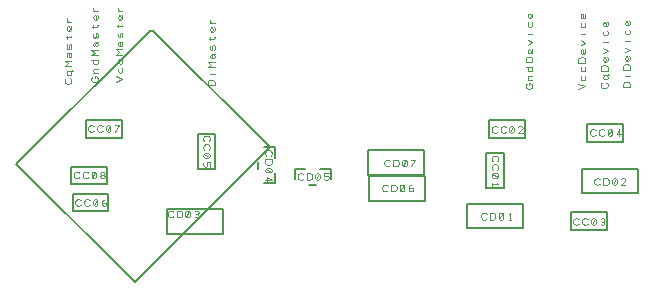
<source format=gbr>
G04 EasyPC Gerber Version 21.0.3 Build 4286 *
G04 #@! TF.Part,Single*
G04 #@! TF.FileFunction,Legend,Top *
G04 #@! TF.FilePolarity,Positive *
%FSLAX35Y35*%
%MOMM*%
%ADD122C,0.05000*%
%ADD28C,0.12700*%
%ADD94C,0.15240*%
X0Y0D02*
D02*
D28*
X776270Y989540D02*
X475470D01*
Y838740*
X776270*
Y989540*
X786270Y759540D02*
X485470D01*
Y608740*
X786270*
Y759540*
X901270Y1384540D02*
X600470D01*
Y1233740*
X901270*
Y1384540*
X1168640Y2140910D02*
X2155050Y1154500D01*
X1009540Y8980*
X8980Y1009540*
X1140350Y2140910*
X1168640*
X1283370Y421640D02*
X1758370D01*
Y626640*
X1283370*
Y421640*
X1542970Y1267040D02*
Y966240D01*
X1693770*
Y1267040*
X1542970*
X3463370Y1126640D02*
X2988370D01*
Y921640*
X3463370*
Y1126640*
X3465870Y906640D02*
X2990870D01*
Y701640*
X3465870*
Y906640*
X3987970Y1104540D02*
Y803740D01*
X4138770*
Y1104540*
X3987970*
X4298370Y674140D02*
X3823370D01*
Y469140*
X4298370*
Y674140*
X4313770Y1384540D02*
X4012970D01*
Y1233740*
X4313770*
Y1384540*
X4798370Y761640D02*
X5273370D01*
Y966640*
X4798370*
Y761640*
X4842970Y1196240D02*
X5143770D01*
Y1347040*
X4842970*
Y1196240*
X5008770Y602040D02*
X4707970D01*
Y451240*
X5008770*
Y602040*
D02*
D94*
X2055870Y1030390D02*
Y967890D01*
X2109810Y846640D02*
X2195870D01*
Y935390*
X2109810Y1151640D02*
X2195870D01*
Y1062890*
X2365870Y885580D02*
Y971640D01*
X2454620*
X2487120Y831640D02*
X2549620D01*
X2670870Y885580D02*
Y971640D01*
X2582120*
D02*
D122*
X464930Y1735520D02*
X469620Y1730830D01*
X474310Y1721450*
Y1707390*
X469620Y1698020*
X464930Y1693330*
X455560Y1688640*
X436810*
X427430Y1693330*
X422740Y1698020*
X418060Y1707390*
Y1721450*
X422740Y1730830*
X427430Y1735520*
X450870Y1801140D02*
X441490Y1796450D01*
X436810Y1787080*
Y1777700*
X441490Y1768330*
X450870Y1763640*
X460240*
X469620Y1768330*
X474310Y1777700*
Y1787080*
X469620Y1796450*
X460240Y1801140*
X436810D02*
X488370D01*
X478990Y1810520*
X474310Y1838640D02*
X418060D01*
X446180Y1862080*
X418060Y1885520*
X474310*
X441490Y1913640D02*
X436810Y1923020D01*
Y1937080*
X441490Y1946450*
X450870Y1951140*
X464930*
X469620Y1946450*
X474310Y1937080*
Y1927700*
X469620Y1918330*
X464930Y1913640*
X460240*
X455560Y1918330*
X450870Y1927700*
Y1937080*
X455560Y1946450*
X460240Y1951140*
X464930D02*
X474310D01*
X469620Y1988640D02*
X474310Y1998020D01*
Y2016770*
X469620Y2026140*
X460240*
X455560Y2016770*
Y1998020*
X450870Y1988640*
X441490*
X436810Y1998020*
Y2016770*
X441490Y2026140*
X436810Y2073020D02*
Y2091770D01*
X427430Y2082390D02*
X469620D01*
X474310Y2087080*
Y2091770*
X469620Y2096450*
Y2176140D02*
X474310Y2171450D01*
Y2162080*
Y2152700*
X469620Y2143330*
X460240Y2138640*
X446180*
X441490Y2143330*
X436810Y2152700*
Y2162080*
X441490Y2171450*
X446180Y2176140*
X450870*
X455560Y2171450*
X460240Y2162080*
Y2152700*
X455560Y2143330*
X450870Y2138640*
X474310Y2213640D02*
X436810D01*
X450870D02*
X441490Y2218330D01*
X436810Y2227700*
Y2237080*
X441490Y2246450*
X542750Y900080D02*
X538060Y895390D01*
X528680Y890700*
X514620*
X505250Y895390*
X500560Y900080*
X495870Y909450*
Y928200*
X500560Y937580*
X505250Y942270*
X514620Y946950*
X528680*
X538060Y942270*
X542750Y937580*
X617750Y900080D02*
X613060Y895390D01*
X603680Y890700*
X589620*
X580250Y895390*
X575560Y900080*
X570870Y909450*
Y928200*
X575560Y937580*
X580250Y942270*
X589620Y946950*
X603680*
X613060Y942270*
X617750Y937580*
X650560Y895390D02*
X659930Y890700D01*
X669310*
X678680Y895390*
X683370Y904770*
Y932890*
X678680Y942270*
X669310Y946950*
X659930*
X650560Y942270*
X645870Y932890*
Y904770*
X650560Y895390*
X678680Y942270*
X734930Y918830D02*
X744310D01*
X753680Y923520*
X758370Y932890*
X753680Y942270*
X744310Y946950*
X734930*
X725560Y942270*
X720870Y932890*
X725560Y923520*
X734930Y918830*
X725560Y914140*
X720870Y904770*
X725560Y895390*
X734930Y890700*
X744310*
X753680Y895390*
X758370Y904770*
X753680Y914140*
X744310Y918830*
X555250Y665080D02*
X550560Y660390D01*
X541180Y655700*
X527120*
X517750Y660390*
X513060Y665080*
X508370Y674450*
Y693200*
X513060Y702580*
X517750Y707270*
X527120Y711950*
X541180*
X550560Y707270*
X555250Y702580*
X630250Y665080D02*
X625560Y660390D01*
X616180Y655700*
X602120*
X592750Y660390*
X588060Y665080*
X583370Y674450*
Y693200*
X588060Y702580*
X592750Y707270*
X602120Y711950*
X616180*
X625560Y707270*
X630250Y702580*
X663060Y660390D02*
X672430Y655700D01*
X681810*
X691180Y660390*
X695870Y669770*
Y697890*
X691180Y707270*
X681810Y711950*
X672430*
X663060Y707270*
X658370Y697890*
Y669770*
X663060Y660390*
X691180Y707270*
X733370Y669770D02*
X738060Y679140D01*
X747430Y683830*
X756810*
X766180Y679140*
X770870Y669770*
X766180Y660390*
X756810Y655700*
X747430*
X738060Y660390*
X733370Y669770*
Y683830*
X738060Y697890*
X747430Y707270*
X756810Y711950*
X665250Y1292580D02*
X660560Y1287890D01*
X651180Y1283200*
X637120*
X627750Y1287890*
X623060Y1292580*
X618370Y1301950*
Y1320700*
X623060Y1330080*
X627750Y1334770*
X637120Y1339450*
X651180*
X660560Y1334770*
X665250Y1330080*
X740250Y1292580D02*
X735560Y1287890D01*
X726180Y1283200*
X712120*
X702750Y1287890*
X698060Y1292580*
X693370Y1301950*
Y1320700*
X698060Y1330080*
X702750Y1334770*
X712120Y1339450*
X726180*
X735560Y1334770*
X740250Y1330080*
X773060Y1287890D02*
X782430Y1283200D01*
X791810*
X801180Y1287890*
X805870Y1297270*
Y1325390*
X801180Y1334770*
X791810Y1339450*
X782430*
X773060Y1334770*
X768370Y1325390*
Y1297270*
X773060Y1287890*
X801180Y1334770*
X843370Y1283200D02*
X880870Y1339450D01*
X843370*
X675870Y1738950D02*
Y1753020D01*
X680560*
X689930Y1748330*
X694620Y1743640*
X699310Y1734270*
Y1724890*
X694620Y1715520*
X689930Y1710830*
X680560Y1706140*
X661810*
X652430Y1710830*
X647740Y1715520*
X643060Y1724890*
Y1734270*
X647740Y1743640*
X652430Y1748330*
X661810Y1753020*
X699310Y1781140D02*
X661810D01*
X675870D02*
X666490Y1785830D01*
X661810Y1795200*
Y1804580*
X666490Y1813950*
X675870Y1818640*
X699310*
X675870Y1893640D02*
X666490Y1888950D01*
X661810Y1879580*
Y1870200*
X666490Y1860830*
X675870Y1856140*
X685240*
X694620Y1860830*
X699310Y1870200*
Y1879580*
X694620Y1888950*
X685240Y1893640*
X699310D02*
X643060D01*
X699310Y1931140D02*
X643060D01*
X671180Y1954580*
X643060Y1978020*
X699310*
X666490Y2006140D02*
X661810Y2015520D01*
Y2029580*
X666490Y2038950*
X675870Y2043640*
X689930*
X694620Y2038950*
X699310Y2029580*
Y2020200*
X694620Y2010830*
X689930Y2006140*
X685240*
X680560Y2010830*
X675870Y2020200*
Y2029580*
X680560Y2038950*
X685240Y2043640*
X689930D02*
X699310D01*
X694620Y2081140D02*
X699310Y2090520D01*
Y2109270*
X694620Y2118640*
X685240*
X680560Y2109270*
Y2090520*
X675870Y2081140*
X666490*
X661810Y2090520*
Y2109270*
X666490Y2118640*
X661810Y2165520D02*
Y2184270D01*
X652430Y2174890D02*
X694620D01*
X699310Y2179580*
Y2184270*
X694620Y2188950*
Y2268640D02*
X699310Y2263950D01*
Y2254580*
Y2245200*
X694620Y2235830*
X685240Y2231140*
X671180*
X666490Y2235830*
X661810Y2245200*
Y2254580*
X666490Y2263950*
X671180Y2268640*
X675870*
X680560Y2263950*
X685240Y2254580*
Y2245200*
X680560Y2235830*
X675870Y2231140*
X699310Y2306140D02*
X661810D01*
X675870D02*
X666490Y2310830D01*
X661810Y2320200*
Y2329580*
X666490Y2338950*
X850560Y1708640D02*
X906810Y1732080D01*
X850560Y1755520*
X873990Y1821140D02*
X869310Y1811770D01*
Y1797700*
X873990Y1788330*
X883370Y1783640*
X892740*
X902120Y1788330*
X906810Y1797700*
Y1811770*
X902120Y1821140*
X873990Y1896140D02*
X869310Y1886770D01*
Y1872700*
X873990Y1863330*
X883370Y1858640*
X892740*
X902120Y1863330*
X906810Y1872700*
Y1886770*
X902120Y1896140*
X906810Y1933640D02*
X850560D01*
X878680Y1957080*
X850560Y1980520*
X906810*
X873990Y2008640D02*
X869310Y2018020D01*
Y2032080*
X873990Y2041450*
X883370Y2046140*
X897430*
X902120Y2041450*
X906810Y2032080*
Y2022700*
X902120Y2013330*
X897430Y2008640*
X892740*
X888060Y2013330*
X883370Y2022700*
Y2032080*
X888060Y2041450*
X892740Y2046140*
X897430D02*
X906810D01*
X902120Y2083640D02*
X906810Y2093020D01*
Y2111770*
X902120Y2121140*
X892740*
X888060Y2111770*
Y2093020*
X883370Y2083640*
X873990*
X869310Y2093020*
Y2111770*
X873990Y2121140*
X869310Y2168020D02*
Y2186770D01*
X859930Y2177390D02*
X902120D01*
X906810Y2182080*
Y2186770*
X902120Y2191450*
Y2271140D02*
X906810Y2266450D01*
Y2257080*
Y2247700*
X902120Y2238330*
X892740Y2233640*
X878680*
X873990Y2238330*
X869310Y2247700*
Y2257080*
X873990Y2266450*
X878680Y2271140*
X883370*
X888060Y2266450*
X892740Y2257080*
Y2247700*
X888060Y2238330*
X883370Y2233640*
X906810Y2308640D02*
X869310D01*
X883370D02*
X873990Y2313330D01*
X869310Y2322700*
Y2332080*
X873990Y2341450*
X1337750Y567580D02*
X1333060Y562890D01*
X1323680Y558200*
X1309620*
X1300250Y562890*
X1295560Y567580*
X1290870Y576950*
Y595700*
X1295560Y605080*
X1300250Y609770*
X1309620Y614450*
X1323680*
X1333060Y609770*
X1337750Y605080*
X1365870Y558200D02*
Y614450D01*
X1394000*
X1403370Y609770*
X1408060Y605080*
X1412750Y595700*
Y576950*
X1408060Y567580*
X1403370Y562890*
X1394000Y558200*
X1365870*
X1445560Y562890D02*
X1454930Y558200D01*
X1464310*
X1473680Y562890*
X1478370Y572270*
Y600390*
X1473680Y609770*
X1464310Y614450*
X1454930*
X1445560Y609770*
X1440870Y600390*
Y572270*
X1445560Y562890*
X1473680Y609770*
X1520560Y562890D02*
X1529930Y558200D01*
X1539310*
X1548680Y562890*
X1553370Y572270*
X1548680Y581640*
X1539310Y586330*
X1529930*
X1539310D02*
X1548680Y591020D01*
X1553370Y600390*
X1548680Y609770*
X1539310Y614450*
X1529930*
X1520560Y609770*
X1601810Y1204760D02*
X1597120Y1209450D01*
X1592430Y1218830*
Y1232890*
X1597120Y1242260*
X1601810Y1246950*
X1611180Y1251640*
X1629930*
X1639310Y1246950*
X1644000Y1242260*
X1648680Y1232890*
Y1218830*
X1644000Y1209450*
X1639310Y1204760*
X1601810Y1129760D02*
X1597120Y1134450D01*
X1592430Y1143830*
Y1157890*
X1597120Y1167260*
X1601810Y1171950*
X1611180Y1176640*
X1629930*
X1639310Y1171950*
X1644000Y1167260*
X1648680Y1157890*
Y1143830*
X1644000Y1134450*
X1639310Y1129760*
X1597120Y1096950D02*
X1592430Y1087580D01*
Y1078200*
X1597120Y1068830*
X1606500Y1064140*
X1634620*
X1644000Y1068830*
X1648680Y1078200*
Y1087580*
X1644000Y1096950*
X1634620Y1101640*
X1606500*
X1597120Y1096950*
X1644000Y1068830*
X1597120Y1026640D02*
X1592430Y1017260D01*
Y1003200*
X1597120Y993830*
X1606500Y989140*
X1611180*
X1620560Y993830*
X1625250Y1003200*
Y1026640*
X1648680*
Y989140*
X1686810Y1679140D02*
X1630560D01*
Y1707270*
X1635240Y1716640*
X1639930Y1721330*
X1649310Y1726020*
X1668060*
X1677430Y1721330*
X1682120Y1716640*
X1686810Y1707270*
Y1679140*
Y1772890D02*
X1649310D01*
X1635240D02*
X1686810Y1829140*
X1630560D01*
X1658680Y1852580*
X1630560Y1876020*
X1686810*
X1653990Y1904140D02*
X1649310Y1913520D01*
Y1927580*
X1653990Y1936950*
X1663370Y1941640*
X1677430*
X1682120Y1936950*
X1686810Y1927580*
Y1918200*
X1682120Y1908830*
X1677430Y1904140*
X1672740*
X1668060Y1908830*
X1663370Y1918200*
Y1927580*
X1668060Y1936950*
X1672740Y1941640*
X1677430D02*
X1686810D01*
X1682120Y1979140D02*
X1686810Y1988520D01*
Y2007270*
X1682120Y2016640*
X1672740*
X1668060Y2007270*
Y1988520*
X1663370Y1979140*
X1653990*
X1649310Y1988520*
Y2007270*
X1653990Y2016640*
X1649310Y2063520D02*
Y2082270D01*
X1639930Y2072890D02*
X1682120D01*
X1686810Y2077580*
Y2082270*
X1682120Y2086950*
Y2166640D02*
X1686810Y2161950D01*
Y2152580*
Y2143200*
X1682120Y2133830*
X1672740Y2129140*
X1658680*
X1653990Y2133830*
X1649310Y2143200*
Y2152580*
X1653990Y2161950*
X1658680Y2166640*
X1663370*
X1668060Y2161950*
X1672740Y2152580*
Y2143200*
X1668060Y2133830*
X1663370Y2129140*
X1686810Y2204140D02*
X1649310D01*
X1663370D02*
X1653990Y2208830D01*
X1649310Y2218200*
Y2227580*
X1653990Y2236950*
X2124310Y1079760D02*
X2119620Y1084450D01*
X2114930Y1093830*
Y1107890*
X2119620Y1117260*
X2124310Y1121950*
X2133680Y1126640*
X2152430*
X2161810Y1121950*
X2166500Y1117260*
X2171180Y1107890*
Y1093830*
X2166500Y1084450*
X2161810Y1079760*
X2114930Y1051640D02*
X2171180D01*
Y1023510*
X2166500Y1014140*
X2161810Y1009450*
X2152430Y1004760*
X2133680*
X2124310Y1009450*
X2119620Y1014140*
X2114930Y1023510*
Y1051640*
X2119620Y971950D02*
X2114930Y962580D01*
Y953200*
X2119620Y943830*
X2129000Y939140*
X2157120*
X2166500Y943830*
X2171180Y953200*
Y962580*
X2166500Y971950*
X2157120Y976640*
X2129000*
X2119620Y971950*
X2166500Y943830*
X2114930Y878200D02*
X2171180D01*
X2133680Y901640*
Y864140*
X2437750Y887580D02*
X2433060Y882890D01*
X2423680Y878200*
X2409620*
X2400250Y882890*
X2395560Y887580*
X2390870Y896950*
Y915700*
X2395560Y925080*
X2400250Y929770*
X2409620Y934450*
X2423680*
X2433060Y929770*
X2437750Y925080*
X2465870Y878200D02*
Y934450D01*
X2494000*
X2503370Y929770*
X2508060Y925080*
X2512750Y915700*
Y896950*
X2508060Y887580*
X2503370Y882890*
X2494000Y878200*
X2465870*
X2545560Y882890D02*
X2554930Y878200D01*
X2564310*
X2573680Y882890*
X2578370Y892270*
Y920390*
X2573680Y929770*
X2564310Y934450*
X2554930*
X2545560Y929770*
X2540870Y920390*
Y892270*
X2545560Y882890*
X2573680Y929770*
X2615870Y882890D02*
X2625250Y878200D01*
X2639310*
X2648680Y882890*
X2653370Y892270*
Y896950*
X2648680Y906330*
X2639310Y911020*
X2615870*
Y934450*
X2653370*
X3152750Y790080D02*
X3148060Y785390D01*
X3138680Y780700*
X3124620*
X3115250Y785390*
X3110560Y790080*
X3105870Y799450*
Y818200*
X3110560Y827580*
X3115250Y832270*
X3124620Y836950*
X3138680*
X3148060Y832270*
X3152750Y827580*
X3180870Y780700D02*
Y836950D01*
X3209000*
X3218370Y832270*
X3223060Y827580*
X3227750Y818200*
Y799450*
X3223060Y790080*
X3218370Y785390*
X3209000Y780700*
X3180870*
X3260560Y785390D02*
X3269930Y780700D01*
X3279310*
X3288680Y785390*
X3293370Y794770*
Y822890*
X3288680Y832270*
X3279310Y836950*
X3269930*
X3260560Y832270*
X3255870Y822890*
Y794770*
X3260560Y785390*
X3288680Y832270*
X3330870Y794770D02*
X3335560Y804140D01*
X3344930Y808830*
X3354310*
X3363680Y804140*
X3368370Y794770*
X3363680Y785390*
X3354310Y780700*
X3344930*
X3335560Y785390*
X3330870Y794770*
Y808830*
X3335560Y822890*
X3344930Y832270*
X3354310Y836950*
X3172750Y1000080D02*
X3168060Y995390D01*
X3158680Y990700*
X3144620*
X3135250Y995390*
X3130560Y1000080*
X3125870Y1009450*
Y1028200*
X3130560Y1037580*
X3135250Y1042270*
X3144620Y1046950*
X3158680*
X3168060Y1042270*
X3172750Y1037580*
X3200870Y990700D02*
Y1046950D01*
X3229000*
X3238370Y1042270*
X3243060Y1037580*
X3247750Y1028200*
Y1009450*
X3243060Y1000080*
X3238370Y995390*
X3229000Y990700*
X3200870*
X3280560Y995390D02*
X3289930Y990700D01*
X3299310*
X3308680Y995390*
X3313370Y1004770*
Y1032890*
X3308680Y1042270*
X3299310Y1046950*
X3289930*
X3280560Y1042270*
X3275870Y1032890*
Y1004770*
X3280560Y995390*
X3308680Y1042270*
X3350870Y990700D02*
X3388370Y1046950D01*
X3350870*
X3990250Y550080D02*
X3985560Y545390D01*
X3976180Y540700*
X3962120*
X3952750Y545390*
X3948060Y550080*
X3943370Y559450*
Y578200*
X3948060Y587580*
X3952750Y592270*
X3962120Y596950*
X3976180*
X3985560Y592270*
X3990250Y587580*
X4018370Y540700D02*
Y596950D01*
X4046500*
X4055870Y592270*
X4060560Y587580*
X4065250Y578200*
Y559450*
X4060560Y550080*
X4055870Y545390*
X4046500Y540700*
X4018370*
X4098060Y545390D02*
X4107430Y540700D01*
X4116810*
X4126180Y545390*
X4130870Y554770*
Y582890*
X4126180Y592270*
X4116810Y596950*
X4107430*
X4098060Y592270*
X4093370Y582890*
Y554770*
X4098060Y545390*
X4126180Y592270*
X4177750Y540700D02*
X4196500D01*
X4187120D02*
Y596950D01*
X4177750Y587580*
X4041810Y1034760D02*
X4037120Y1039450D01*
X4032430Y1048830*
Y1062890*
X4037120Y1072260*
X4041810Y1076950*
X4051180Y1081640*
X4069930*
X4079310Y1076950*
X4084000Y1072260*
X4088680Y1062890*
Y1048830*
X4084000Y1039450*
X4079310Y1034760*
X4041810Y959760D02*
X4037120Y964450D01*
X4032430Y973830*
Y987890*
X4037120Y997260*
X4041810Y1001950*
X4051180Y1006640*
X4069930*
X4079310Y1001950*
X4084000Y997260*
X4088680Y987890*
Y973830*
X4084000Y964450*
X4079310Y959760*
X4037120Y926950D02*
X4032430Y917580D01*
Y908200*
X4037120Y898830*
X4046500Y894140*
X4074620*
X4084000Y898830*
X4088680Y908200*
Y917580*
X4084000Y926950*
X4074620Y931640*
X4046500*
X4037120Y926950*
X4084000Y898830*
X4032430Y847260D02*
Y828510D01*
Y837890D02*
X4088680D01*
X4079310Y847260*
X4080250Y1282580D02*
X4075560Y1277890D01*
X4066180Y1273200*
X4052120*
X4042750Y1277890*
X4038060Y1282580*
X4033370Y1291950*
Y1310700*
X4038060Y1320080*
X4042750Y1324770*
X4052120Y1329450*
X4066180*
X4075560Y1324770*
X4080250Y1320080*
X4155250Y1282580D02*
X4150560Y1277890D01*
X4141180Y1273200*
X4127120*
X4117750Y1277890*
X4113060Y1282580*
X4108370Y1291950*
Y1310700*
X4113060Y1320080*
X4117750Y1324770*
X4127120Y1329450*
X4141180*
X4150560Y1324770*
X4155250Y1320080*
X4188060Y1277890D02*
X4197430Y1273200D01*
X4206810*
X4216180Y1277890*
X4220870Y1287270*
Y1315390*
X4216180Y1324770*
X4206810Y1329450*
X4197430*
X4188060Y1324770*
X4183370Y1315390*
Y1287270*
X4188060Y1277890*
X4216180Y1324770*
X4295870Y1273200D02*
X4258370D01*
X4291180Y1306020*
X4295870Y1315390*
X4291180Y1324770*
X4281810Y1329450*
X4267750*
X4258370Y1324770*
X4353370Y1679450D02*
Y1693520D01*
X4358060*
X4367430Y1688830*
X4372120Y1684140*
X4376810Y1674770*
Y1665390*
X4372120Y1656020*
X4367430Y1651330*
X4358060Y1646640*
X4339310*
X4329930Y1651330*
X4325240Y1656020*
X4320560Y1665390*
Y1674770*
X4325240Y1684140*
X4329930Y1688830*
X4339310Y1693520*
X4376810Y1721640D02*
X4339310D01*
X4353370D02*
X4343990Y1726330D01*
X4339310Y1735700*
Y1745080*
X4343990Y1754450*
X4353370Y1759140*
X4376810*
X4353370Y1834140D02*
X4343990Y1829450D01*
X4339310Y1820080*
Y1810700*
X4343990Y1801330*
X4353370Y1796640*
X4362740*
X4372120Y1801330*
X4376810Y1810700*
Y1820080*
X4372120Y1829450*
X4362740Y1834140*
X4376810D02*
X4320560D01*
X4376810Y1871640D02*
X4320560D01*
Y1899770*
X4325240Y1909140*
X4329930Y1913830*
X4339310Y1918520*
X4358060*
X4367430Y1913830*
X4372120Y1909140*
X4376810Y1899770*
Y1871640*
X4372120Y1984140D02*
X4376810Y1979450D01*
Y1970080*
Y1960700*
X4372120Y1951330*
X4362740Y1946640*
X4348680*
X4343990Y1951330*
X4339310Y1960700*
Y1970080*
X4343990Y1979450*
X4348680Y1984140*
X4353370*
X4358060Y1979450*
X4362740Y1970080*
Y1960700*
X4358060Y1951330*
X4353370Y1946640*
X4339310Y2021640D02*
X4376810Y2040390D01*
X4339310Y2059140*
X4376810Y2115390D02*
X4339310D01*
X4325240D02*
X4343990Y2209140*
X4339310Y2199770D01*
Y2185700*
X4343990Y2176330*
X4353370Y2171640*
X4362740*
X4372120Y2176330*
X4376810Y2185700*
Y2199770*
X4372120Y2209140*
Y2284140D02*
X4376810Y2279450D01*
Y2270080*
Y2260700*
X4372120Y2251330*
X4362740Y2246640*
X4348680*
X4343990Y2251330*
X4339310Y2260700*
Y2270080*
X4343990Y2279450*
X4348680Y2284140*
X4353370*
X4358060Y2279450*
X4362740Y2270080*
Y2260700*
X4358060Y2251330*
X4353370Y2246640*
X4772750Y505080D02*
X4768060Y500390D01*
X4758680Y495700*
X4744620*
X4735250Y500390*
X4730560Y505080*
X4725870Y514450*
Y533200*
X4730560Y542580*
X4735250Y547270*
X4744620Y551950*
X4758680*
X4768060Y547270*
X4772750Y542580*
X4847750Y505080D02*
X4843060Y500390D01*
X4833680Y495700*
X4819620*
X4810250Y500390*
X4805560Y505080*
X4800870Y514450*
Y533200*
X4805560Y542580*
X4810250Y547270*
X4819620Y551950*
X4833680*
X4843060Y547270*
X4847750Y542580*
X4880560Y500390D02*
X4889930Y495700D01*
X4899310*
X4908680Y500390*
X4913370Y509770*
Y537890*
X4908680Y547270*
X4899310Y551950*
X4889930*
X4880560Y547270*
X4875870Y537890*
Y509770*
X4880560Y500390*
X4908680Y547270*
X4955560Y500390D02*
X4964930Y495700D01*
X4974310*
X4983680Y500390*
X4988370Y509770*
X4983680Y519140*
X4974310Y523830*
X4964930*
X4974310D02*
X4983680Y528520D01*
X4988370Y537890*
X4983680Y547270*
X4974310Y551950*
X4964930*
X4955560Y547270*
X4768060Y1644140D02*
X4824310Y1667580D01*
X4768060Y1691020*
X4791490Y1756640D02*
X4786810Y1747270D01*
Y1733200*
X4791490Y1723830*
X4800870Y1719140*
X4810240*
X4819620Y1723830*
X4824310Y1733200*
Y1747270*
X4819620Y1756640*
X4791490Y1831640D02*
X4786810Y1822270D01*
Y1808200*
X4791490Y1798830*
X4800870Y1794140*
X4810240*
X4819620Y1798830*
X4824310Y1808200*
Y1822270*
X4819620Y1831640*
X4824310Y1869140D02*
X4768060D01*
Y1897270*
X4772740Y1906640*
X4777430Y1911330*
X4786810Y1916020*
X4805560*
X4814930Y1911330*
X4819620Y1906640*
X4824310Y1897270*
Y1869140*
X4819620Y1981640D02*
X4824310Y1976950D01*
Y1967580*
Y1958200*
X4819620Y1948830*
X4810240Y1944140*
X4796180*
X4791490Y1948830*
X4786810Y1958200*
Y1967580*
X4791490Y1976950*
X4796180Y1981640*
X4800870*
X4805560Y1976950*
X4810240Y1967580*
Y1958200*
X4805560Y1948830*
X4800870Y1944140*
X4786810Y2019140D02*
X4824310Y2037890D01*
X4786810Y2056640*
X4824310Y2112890D02*
X4786810D01*
X4772740D02*
X4791490Y2206640*
X4786810Y2197270D01*
Y2183200*
X4791490Y2173830*
X4800870Y2169140*
X4810240*
X4819620Y2173830*
X4824310Y2183200*
Y2197270*
X4819620Y2206640*
Y2281640D02*
X4824310Y2276950D01*
Y2267580*
Y2258200*
X4819620Y2248830*
X4810240Y2244140*
X4796180*
X4791490Y2248830*
X4786810Y2258200*
Y2267580*
X4791490Y2276950*
X4796180Y2281640*
X4800870*
X4805560Y2276950*
X4810240Y2267580*
Y2258200*
X4805560Y2248830*
X4800870Y2244140*
X4912750Y1257580D02*
X4908060Y1252890D01*
X4898680Y1248200*
X4884620*
X4875250Y1252890*
X4870560Y1257580*
X4865870Y1266950*
Y1285700*
X4870560Y1295080*
X4875250Y1299770*
X4884620Y1304450*
X4898680*
X4908060Y1299770*
X4912750Y1295080*
X4987750Y1257580D02*
X4983060Y1252890D01*
X4973680Y1248200*
X4959620*
X4950250Y1252890*
X4945560Y1257580*
X4940870Y1266950*
Y1285700*
X4945560Y1295080*
X4950250Y1299770*
X4959620Y1304450*
X4973680*
X4983060Y1299770*
X4987750Y1295080*
X5020560Y1252890D02*
X5029930Y1248200D01*
X5039310*
X5048680Y1252890*
X5053370Y1262270*
Y1290390*
X5048680Y1299770*
X5039310Y1304450*
X5029930*
X5020560Y1299770*
X5015870Y1290390*
Y1262270*
X5020560Y1252890*
X5048680Y1299770*
X5114310Y1248200D02*
Y1304450D01*
X5090870Y1266950*
X5128370*
X4950250Y842580D02*
X4945560Y837890D01*
X4936180Y833200*
X4922120*
X4912750Y837890*
X4908060Y842580*
X4903370Y851950*
Y870700*
X4908060Y880080*
X4912750Y884770*
X4922120Y889450*
X4936180*
X4945560Y884770*
X4950250Y880080*
X4978370Y833200D02*
Y889450D01*
X5006500*
X5015870Y884770*
X5020560Y880080*
X5025250Y870700*
Y851950*
X5020560Y842580*
X5015870Y837890*
X5006500Y833200*
X4978370*
X5058060Y837890D02*
X5067430Y833200D01*
X5076810*
X5086180Y837890*
X5090870Y847270*
Y875390*
X5086180Y884770*
X5076810Y889450*
X5067430*
X5058060Y884770*
X5053370Y875390*
Y847270*
X5058060Y837890*
X5086180Y884770*
X5165870Y833200D02*
X5128370D01*
X5161180Y866020*
X5165870Y875390*
X5161180Y884770*
X5151810Y889450*
X5137750*
X5128370Y884770*
X5004930Y1698520D02*
X5009620Y1693830D01*
X5014310Y1684450*
Y1670390*
X5009620Y1661020*
X5004930Y1656330*
X4995560Y1651640*
X4976810*
X4967430Y1656330*
X4962740Y1661020*
X4958060Y1670390*
Y1684450*
X4962740Y1693830*
X4967430Y1698520*
X4990870Y1764140D02*
X4981490Y1759450D01*
X4976810Y1750080*
Y1740700*
X4981490Y1731330*
X4990870Y1726640*
X5000240*
X5009620Y1731330*
X5014310Y1740700*
Y1750080*
X5009620Y1759450*
X5000240Y1764140*
X4976810D02*
X5028370D01*
X5018990Y1773520*
X5014310Y1801640D02*
X4958060D01*
Y1829770*
X4962740Y1839140*
X4967430Y1843830*
X4976810Y1848520*
X4995560*
X5004930Y1843830*
X5009620Y1839140*
X5014310Y1829770*
Y1801640*
X5009620Y1914140D02*
X5014310Y1909450D01*
Y1900080*
Y1890700*
X5009620Y1881330*
X5000240Y1876640*
X4986180*
X4981490Y1881330*
X4976810Y1890700*
Y1900080*
X4981490Y1909450*
X4986180Y1914140*
X4990870*
X4995560Y1909450*
X5000240Y1900080*
Y1890700*
X4995560Y1881330*
X4990870Y1876640*
X4976810Y1951640D02*
X5014310Y1970390D01*
X4976810Y1989140*
X5014310Y2045390D02*
X4976810D01*
X4962740D02*
X4981490Y2139140*
X4976810Y2129770D01*
Y2115700*
X4981490Y2106330*
X4990870Y2101640*
X5000240*
X5009620Y2106330*
X5014310Y2115700*
Y2129770*
X5009620Y2139140*
Y2214140D02*
X5014310Y2209450D01*
Y2200080*
Y2190700*
X5009620Y2181330*
X5000240Y2176640*
X4986180*
X4981490Y2181330*
X4976810Y2190700*
Y2200080*
X4981490Y2209450*
X4986180Y2214140*
X4990870*
X4995560Y2209450*
X5000240Y2200080*
Y2190700*
X4995560Y2181330*
X4990870Y2176640*
X5201810Y1659140D02*
X5145560D01*
Y1687270*
X5150240Y1696640*
X5154930Y1701330*
X5164310Y1706020*
X5183060*
X5192430Y1701330*
X5197120Y1696640*
X5201810Y1687270*
Y1659140*
Y1752890D02*
X5164310D01*
X5150240D02*
X5201810Y1809140*
X5145560D01*
Y1837270*
X5150240Y1846640*
X5154930Y1851330*
X5164310Y1856020*
X5183060*
X5192430Y1851330*
X5197120Y1846640*
X5201810Y1837270*
Y1809140*
X5197120Y1921640D02*
X5201810Y1916950D01*
Y1907580*
Y1898200*
X5197120Y1888830*
X5187740Y1884140*
X5173680*
X5168990Y1888830*
X5164310Y1898200*
Y1907580*
X5168990Y1916950*
X5173680Y1921640*
X5178370*
X5183060Y1916950*
X5187740Y1907580*
Y1898200*
X5183060Y1888830*
X5178370Y1884140*
X5164310Y1959140D02*
X5201810Y1977890D01*
X5164310Y1996640*
X5201810Y2052890D02*
X5164310D01*
X5150240D02*
X5168990Y2146640*
X5164310Y2137270D01*
Y2123200*
X5168990Y2113830*
X5178370Y2109140*
X5187740*
X5197120Y2113830*
X5201810Y2123200*
Y2137270*
X5197120Y2146640*
Y2221640D02*
X5201810Y2216950D01*
Y2207580*
Y2198200*
X5197120Y2188830*
X5187740Y2184140*
X5173680*
X5168990Y2188830*
X5164310Y2198200*
Y2207580*
X5168990Y2216950*
X5173680Y2221640*
X5178370*
X5183060Y2216950*
X5187740Y2207580*
Y2198200*
X5183060Y2188830*
X5178370Y2184140*
X0Y0D02*
M02*

</source>
